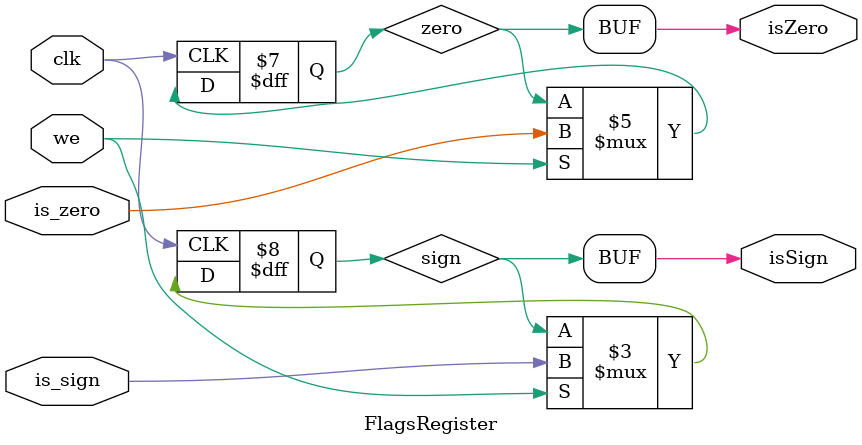
<source format=v>
`timescale 1ns / 1ps

module FlagsRegister(
    input is_zero,
    input is_sign,
	 input clk,
    input we,
    output isZero,
    output isSign
    );
	
	reg zero,sign;
	assign isZero = zero;
	assign isSign = sign;
	 
	always @(posedge clk)
	begin
		if(we==1)
		begin
			zero <= is_zero;
			sign <= is_sign;
		end
	end

endmodule

</source>
